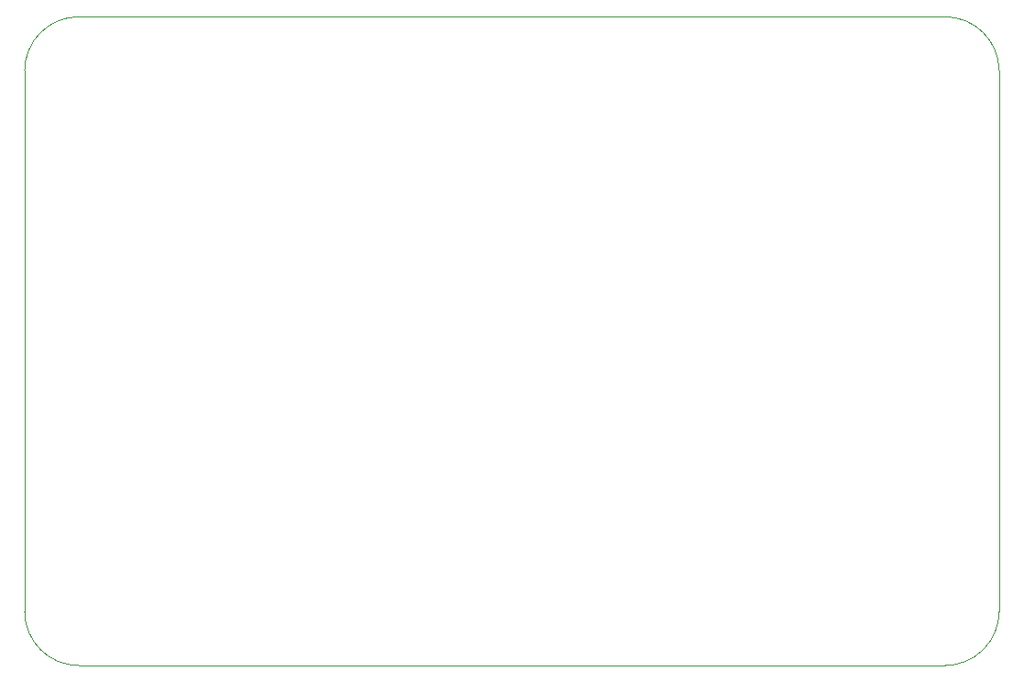
<source format=gbr>
%TF.GenerationSoftware,KiCad,Pcbnew,8.0.6*%
%TF.CreationDate,2024-11-20T18:20:58+00:00*%
%TF.ProjectId,NORMMotorControlBoard,4e4f524d-4d6f-4746-9f72-436f6e74726f,rev?*%
%TF.SameCoordinates,Original*%
%TF.FileFunction,Profile,NP*%
%FSLAX46Y46*%
G04 Gerber Fmt 4.6, Leading zero omitted, Abs format (unit mm)*
G04 Created by KiCad (PCBNEW 8.0.6) date 2024-11-20 18:20:58*
%MOMM*%
%LPD*%
G01*
G04 APERTURE LIST*
%TA.AperFunction,Profile*%
%ADD10C,0.050000*%
%TD*%
G04 APERTURE END LIST*
D10*
X70000000Y-65000000D02*
G75*
G02*
X75000000Y-60000000I5000000J0D01*
G01*
X70000000Y-115000000D02*
X70000000Y-65000000D01*
X155000000Y-60000000D02*
G75*
G02*
X160000000Y-65000000I0J-5000000D01*
G01*
X160000000Y-115000000D02*
G75*
G02*
X155000000Y-120000000I-5000000J0D01*
G01*
X75000000Y-60000000D02*
X155000000Y-60000000D01*
X75000000Y-120000000D02*
G75*
G02*
X70000000Y-115000000I0J5000000D01*
G01*
X155000000Y-120000000D02*
X75000000Y-120000000D01*
X160000000Y-65000000D02*
X160000000Y-115000000D01*
M02*

</source>
